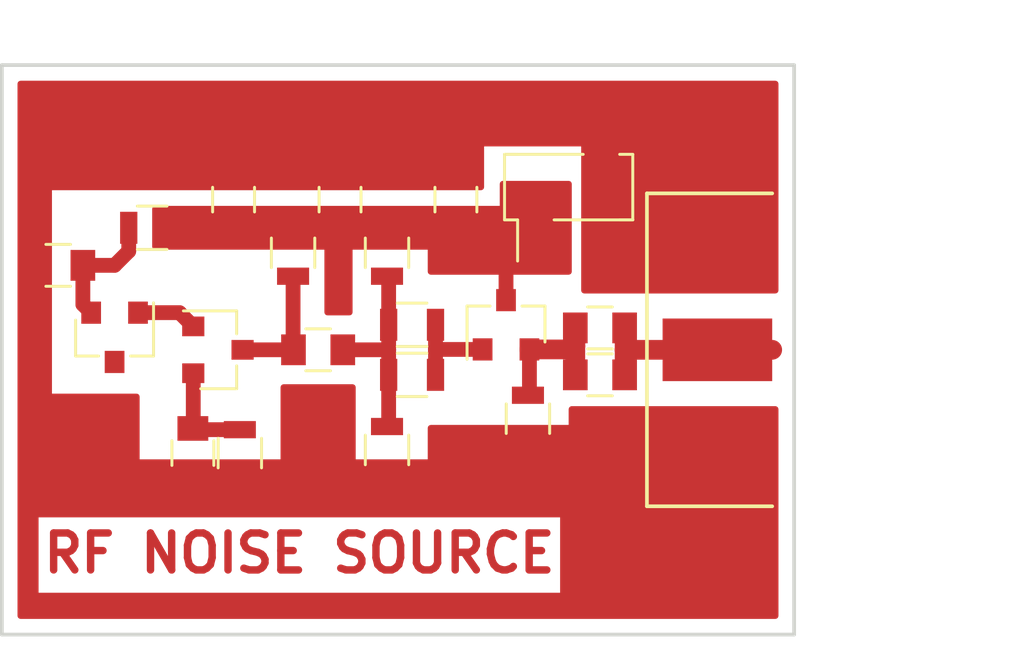
<source format=kicad_pcb>
(kicad_pcb (version 4) (host pcbnew 4.0.6)

  (general
    (links 35)
    (no_connects 0)
    (area 125.781999 85.803047 167.534001 112.570952)
    (thickness 1.6)
    (drawings 5)
    (tracks 47)
    (zones 0)
    (modules 21)
    (nets 11)
  )

  (page A4)
  (title_block
    (title "RF NOISE SOURCE")
    (date 2021-07-14)
    (rev r03)
    (company "NYBB RCC")
  )

  (layers
    (0 F.Cu signal)
    (31 B.Cu signal)
    (32 B.Adhes user)
    (33 F.Adhes user)
    (34 B.Paste user)
    (35 F.Paste user)
    (36 B.SilkS user)
    (37 F.SilkS user)
    (38 B.Mask user)
    (39 F.Mask user)
    (40 Dwgs.User user)
    (41 Cmts.User user)
    (42 Eco1.User user)
    (43 Eco2.User user)
    (44 Edge.Cuts user)
    (45 Margin user)
    (46 B.CrtYd user)
    (47 F.CrtYd user)
    (48 B.Fab user)
    (49 F.Fab user)
  )

  (setup
    (last_trace_width 0.8)
    (user_trace_width 0.4)
    (user_trace_width 0.6)
    (user_trace_width 0.8)
    (user_trace_width 1)
    (user_trace_width 1.2)
    (trace_clearance 0.2)
    (zone_clearance 0.254)
    (zone_45_only yes)
    (trace_min 0.2)
    (segment_width 0.2)
    (edge_width 0.15)
    (via_size 0.6)
    (via_drill 0.4)
    (via_min_size 0.4)
    (via_min_drill 0.3)
    (uvia_size 0.3)
    (uvia_drill 0.1)
    (uvias_allowed no)
    (uvia_min_size 0.2)
    (uvia_min_drill 0.1)
    (pcb_text_width 0.3)
    (pcb_text_size 1.5 1.5)
    (mod_edge_width 0.15)
    (mod_text_size 1 1)
    (mod_text_width 0.15)
    (pad_size 1.524 1.524)
    (pad_drill 0.762)
    (pad_to_mask_clearance 0.2)
    (aux_axis_origin 0 0)
    (visible_elements FFFFFF7F)
    (pcbplotparams
      (layerselection 0x20008_00000001)
      (usegerberextensions false)
      (excludeedgelayer false)
      (linewidth 0.020000)
      (plotframeref false)
      (viasonmask false)
      (mode 1)
      (useauxorigin false)
      (hpglpennumber 1)
      (hpglpenspeed 20)
      (hpglpendiameter 15)
      (hpglpenoverlay 2)
      (psnegative false)
      (psa4output false)
      (plotreference true)
      (plotvalue true)
      (plotinvisibletext false)
      (padsonsilk false)
      (subtractmaskfromsilk false)
      (outputformat 5)
      (mirror false)
      (drillshape 0)
      (scaleselection 1)
      (outputdirectory fab/))
  )

  (net 0 "")
  (net 1 VCC)
  (net 2 "Net-(C2-Pad1)")
  (net 3 "Net-(C2-Pad2)")
  (net 4 "Net-(C3-Pad1)")
  (net 5 "Net-(C3-Pad2)")
  (net 6 "Net-(C4-Pad1)")
  (net 7 GND)
  (net 8 "Net-(Q1-Pad1)")
  (net 9 "Net-(Q2-Pad1)")
  (net 10 "Net-(C1-Pad1)")

  (net_class Default "Toto je výchozí třída sítě."
    (clearance 0.2)
    (trace_width 0.25)
    (via_dia 0.6)
    (via_drill 0.4)
    (uvia_dia 0.3)
    (uvia_drill 0.1)
    (add_net GND)
    (add_net "Net-(C1-Pad1)")
    (add_net "Net-(C2-Pad1)")
    (add_net "Net-(C2-Pad2)")
    (add_net "Net-(C3-Pad1)")
    (add_net "Net-(C3-Pad2)")
    (add_net "Net-(C4-Pad1)")
    (add_net "Net-(Q1-Pad1)")
    (add_net "Net-(Q2-Pad1)")
    (add_net VCC)
  )

  (module Capacitors_SMD:C_0805 (layer F.Cu) (tedit 60EF4924) (tstamp 60EF47F4)
    (at 150.114 99.187)
    (descr "Capacitor SMD 0805, reflow soldering, AVX (see smccp.pdf)")
    (tags "capacitor 0805")
    (path /60EF5DC2)
    (attr smd)
    (fp_text reference C8 (at -0.889 -2.032 90) (layer F.Fab)
      (effects (font (size 1 1) (thickness 0.15)))
    )
    (fp_text value 100n (at 0.635 -2.921 90) (layer F.Fab)
      (effects (font (size 1 1) (thickness 0.15)))
    )
    (fp_text user %R (at 0 -1.5) (layer F.Fab) hide
      (effects (font (size 1 1) (thickness 0.15)))
    )
    (fp_line (start -1 0.62) (end -1 -0.62) (layer F.Fab) (width 0.1))
    (fp_line (start 1 0.62) (end -1 0.62) (layer F.Fab) (width 0.1))
    (fp_line (start 1 -0.62) (end 1 0.62) (layer F.Fab) (width 0.1))
    (fp_line (start -1 -0.62) (end 1 -0.62) (layer F.Fab) (width 0.1))
    (fp_line (start 0.5 -0.85) (end -0.5 -0.85) (layer F.SilkS) (width 0.12))
    (fp_line (start -0.5 0.85) (end 0.5 0.85) (layer F.SilkS) (width 0.12))
    (fp_line (start -1.75 -0.88) (end 1.75 -0.88) (layer F.CrtYd) (width 0.05))
    (fp_line (start -1.75 -0.88) (end -1.75 0.87) (layer F.CrtYd) (width 0.05))
    (fp_line (start 1.75 0.87) (end 1.75 -0.88) (layer F.CrtYd) (width 0.05))
    (fp_line (start 1.75 0.87) (end -1.75 0.87) (layer F.CrtYd) (width 0.05))
    (pad 1 smd rect (at -1 0) (size 1 1.25) (layers F.Cu F.Paste F.Mask)
      (net 4 "Net-(C3-Pad1)"))
    (pad 2 smd rect (at 1 0) (size 1 1.25) (layers F.Cu F.Paste F.Mask)
      (net 5 "Net-(C3-Pad2)"))
    (model Capacitors_SMD.3dshapes/C_0805.wrl
      (at (xyz 0 0 0))
      (scale (xyz 1 1 1))
      (rotate (xyz 0 0 0))
    )
  )

  (module Capacitors_SMD:C_0805 (layer F.Cu) (tedit 60DB8A4B) (tstamp 60B5A029)
    (at 128.143 96.647 180)
    (descr "Capacitor SMD 0805, reflow soldering, AVX (see smccp.pdf)")
    (tags "capacitor 0805")
    (path /60B57AFC)
    (attr smd)
    (fp_text reference C1 (at 0 -1.5 180) (layer F.SilkS) hide
      (effects (font (size 1 1) (thickness 0.15)))
    )
    (fp_text value 100n (at -1.016 4.445 270) (layer F.Fab)
      (effects (font (size 1 1) (thickness 0.15)))
    )
    (fp_text user %R (at 0.508 3.683 270) (layer F.Fab)
      (effects (font (size 1 1) (thickness 0.15)))
    )
    (fp_line (start -1 0.62) (end -1 -0.62) (layer F.Fab) (width 0.1))
    (fp_line (start 1 0.62) (end -1 0.62) (layer F.Fab) (width 0.1))
    (fp_line (start 1 -0.62) (end 1 0.62) (layer F.Fab) (width 0.1))
    (fp_line (start -1 -0.62) (end 1 -0.62) (layer F.Fab) (width 0.1))
    (fp_line (start 0.5 -0.85) (end -0.5 -0.85) (layer F.SilkS) (width 0.12))
    (fp_line (start -0.5 0.85) (end 0.5 0.85) (layer F.SilkS) (width 0.12))
    (fp_line (start -1.75 -0.88) (end 1.75 -0.88) (layer F.CrtYd) (width 0.05))
    (fp_line (start -1.75 -0.88) (end -1.75 0.87) (layer F.CrtYd) (width 0.05))
    (fp_line (start 1.75 0.87) (end 1.75 -0.88) (layer F.CrtYd) (width 0.05))
    (fp_line (start 1.75 0.87) (end -1.75 0.87) (layer F.CrtYd) (width 0.05))
    (pad 1 smd rect (at -1 0 180) (size 1 1.25) (layers F.Cu F.Paste F.Mask)
      (net 10 "Net-(C1-Pad1)"))
    (pad 2 smd rect (at 1 0 180) (size 1 1.25) (layers F.Cu F.Paste F.Mask)
      (net 7 GND))
    (model Capacitors_SMD.3dshapes/C_0805.wrl
      (at (xyz 0 0 0))
      (scale (xyz 1 1 1))
      (rotate (xyz 0 0 0))
    )
  )

  (module Capacitors_SMD:C_0805 (layer F.Cu) (tedit 60B593FA) (tstamp 60B5A03A)
    (at 138.684 100.076)
    (descr "Capacitor SMD 0805, reflow soldering, AVX (see smccp.pdf)")
    (tags "capacitor 0805")
    (path /60B57E41)
    (attr smd)
    (fp_text reference C2 (at 0 -1.5) (layer F.SilkS) hide
      (effects (font (size 1 1) (thickness 0.15)))
    )
    (fp_text value 100n (at 0 4.953 90) (layer F.Fab)
      (effects (font (size 1 1) (thickness 0.15)))
    )
    (fp_text user %R (at 0 2.032 90) (layer F.Fab)
      (effects (font (size 1 1) (thickness 0.15)))
    )
    (fp_line (start -1 0.62) (end -1 -0.62) (layer F.Fab) (width 0.1))
    (fp_line (start 1 0.62) (end -1 0.62) (layer F.Fab) (width 0.1))
    (fp_line (start 1 -0.62) (end 1 0.62) (layer F.Fab) (width 0.1))
    (fp_line (start -1 -0.62) (end 1 -0.62) (layer F.Fab) (width 0.1))
    (fp_line (start 0.5 -0.85) (end -0.5 -0.85) (layer F.SilkS) (width 0.12))
    (fp_line (start -0.5 0.85) (end 0.5 0.85) (layer F.SilkS) (width 0.12))
    (fp_line (start -1.75 -0.88) (end 1.75 -0.88) (layer F.CrtYd) (width 0.05))
    (fp_line (start -1.75 -0.88) (end -1.75 0.87) (layer F.CrtYd) (width 0.05))
    (fp_line (start 1.75 0.87) (end 1.75 -0.88) (layer F.CrtYd) (width 0.05))
    (fp_line (start 1.75 0.87) (end -1.75 0.87) (layer F.CrtYd) (width 0.05))
    (pad 1 smd rect (at -1 0) (size 1 1.25) (layers F.Cu F.Paste F.Mask)
      (net 2 "Net-(C2-Pad1)"))
    (pad 2 smd rect (at 1 0) (size 1 1.25) (layers F.Cu F.Paste F.Mask)
      (net 3 "Net-(C2-Pad2)"))
    (model Capacitors_SMD.3dshapes/C_0805.wrl
      (at (xyz 0 0 0))
      (scale (xyz 1 1 1))
      (rotate (xyz 0 0 0))
    )
  )

  (module Capacitors_SMD:C_0805 (layer F.Cu) (tedit 60B5938D) (tstamp 60B5A04B)
    (at 150.114 101.092)
    (descr "Capacitor SMD 0805, reflow soldering, AVX (see smccp.pdf)")
    (tags "capacitor 0805")
    (path /60B5850E)
    (attr smd)
    (fp_text reference C3 (at 0 -1.5) (layer F.SilkS) hide
      (effects (font (size 1 1) (thickness 0.15)))
    )
    (fp_text value 27p (at 0 5.334 90) (layer F.Fab)
      (effects (font (size 1 1) (thickness 0.15)))
    )
    (fp_text user %R (at 0 1.905 90) (layer F.Fab)
      (effects (font (size 1 1) (thickness 0.15)))
    )
    (fp_line (start -1 0.62) (end -1 -0.62) (layer F.Fab) (width 0.1))
    (fp_line (start 1 0.62) (end -1 0.62) (layer F.Fab) (width 0.1))
    (fp_line (start 1 -0.62) (end 1 0.62) (layer F.Fab) (width 0.1))
    (fp_line (start -1 -0.62) (end 1 -0.62) (layer F.Fab) (width 0.1))
    (fp_line (start 0.5 -0.85) (end -0.5 -0.85) (layer F.SilkS) (width 0.12))
    (fp_line (start -0.5 0.85) (end 0.5 0.85) (layer F.SilkS) (width 0.12))
    (fp_line (start -1.75 -0.88) (end 1.75 -0.88) (layer F.CrtYd) (width 0.05))
    (fp_line (start -1.75 -0.88) (end -1.75 0.87) (layer F.CrtYd) (width 0.05))
    (fp_line (start 1.75 0.87) (end 1.75 -0.88) (layer F.CrtYd) (width 0.05))
    (fp_line (start 1.75 0.87) (end -1.75 0.87) (layer F.CrtYd) (width 0.05))
    (pad 1 smd rect (at -1 0) (size 1 1.25) (layers F.Cu F.Paste F.Mask)
      (net 4 "Net-(C3-Pad1)"))
    (pad 2 smd rect (at 1 0) (size 1 1.25) (layers F.Cu F.Paste F.Mask)
      (net 5 "Net-(C3-Pad2)"))
    (model Capacitors_SMD.3dshapes/C_0805.wrl
      (at (xyz 0 0 0))
      (scale (xyz 1 1 1))
      (rotate (xyz 0 0 0))
    )
  )

  (module Capacitors_SMD:C_0805 (layer F.Cu) (tedit 60B59461) (tstamp 60B5A05C)
    (at 133.604 104.267 270)
    (descr "Capacitor SMD 0805, reflow soldering, AVX (see smccp.pdf)")
    (tags "capacitor 0805")
    (path /60B57CCB)
    (attr smd)
    (fp_text reference C4 (at 0 -1.5 270) (layer F.SilkS) hide
      (effects (font (size 1 1) (thickness 0.15)))
    )
    (fp_text value 100n (at 6.223 0 270) (layer F.Fab)
      (effects (font (size 1 1) (thickness 0.15)))
    )
    (fp_text user %R (at 2.794 0 270) (layer F.Fab)
      (effects (font (size 1 1) (thickness 0.15)))
    )
    (fp_line (start -1 0.62) (end -1 -0.62) (layer F.Fab) (width 0.1))
    (fp_line (start 1 0.62) (end -1 0.62) (layer F.Fab) (width 0.1))
    (fp_line (start 1 -0.62) (end 1 0.62) (layer F.Fab) (width 0.1))
    (fp_line (start -1 -0.62) (end 1 -0.62) (layer F.Fab) (width 0.1))
    (fp_line (start 0.5 -0.85) (end -0.5 -0.85) (layer F.SilkS) (width 0.12))
    (fp_line (start -0.5 0.85) (end 0.5 0.85) (layer F.SilkS) (width 0.12))
    (fp_line (start -1.75 -0.88) (end 1.75 -0.88) (layer F.CrtYd) (width 0.05))
    (fp_line (start -1.75 -0.88) (end -1.75 0.87) (layer F.CrtYd) (width 0.05))
    (fp_line (start 1.75 0.87) (end 1.75 -0.88) (layer F.CrtYd) (width 0.05))
    (fp_line (start 1.75 0.87) (end -1.75 0.87) (layer F.CrtYd) (width 0.05))
    (pad 1 smd rect (at -1 0 270) (size 1 1.25) (layers F.Cu F.Paste F.Mask)
      (net 6 "Net-(C4-Pad1)"))
    (pad 2 smd rect (at 1 0 270) (size 1 1.25) (layers F.Cu F.Paste F.Mask)
      (net 7 GND))
    (model Capacitors_SMD.3dshapes/C_0805.wrl
      (at (xyz 0 0 0))
      (scale (xyz 1 1 1))
      (rotate (xyz 0 0 0))
    )
  )

  (module Capacitors_SMD:C_0805 (layer F.Cu) (tedit 60B59309) (tstamp 60B5A06D)
    (at 144.272 93.98 90)
    (descr "Capacitor SMD 0805, reflow soldering, AVX (see smccp.pdf)")
    (tags "capacitor 0805")
    (path /60B59D77)
    (attr smd)
    (fp_text reference C5 (at 0 -1.5 90) (layer F.SilkS) hide
      (effects (font (size 1 1) (thickness 0.15)))
    )
    (fp_text value 100n (at 6.096 0 90) (layer F.Fab)
      (effects (font (size 1 1) (thickness 0.15)))
    )
    (fp_text user %R (at 2.794 0 90) (layer F.Fab)
      (effects (font (size 1 1) (thickness 0.15)))
    )
    (fp_line (start -1 0.62) (end -1 -0.62) (layer F.Fab) (width 0.1))
    (fp_line (start 1 0.62) (end -1 0.62) (layer F.Fab) (width 0.1))
    (fp_line (start 1 -0.62) (end 1 0.62) (layer F.Fab) (width 0.1))
    (fp_line (start -1 -0.62) (end 1 -0.62) (layer F.Fab) (width 0.1))
    (fp_line (start 0.5 -0.85) (end -0.5 -0.85) (layer F.SilkS) (width 0.12))
    (fp_line (start -0.5 0.85) (end 0.5 0.85) (layer F.SilkS) (width 0.12))
    (fp_line (start -1.75 -0.88) (end 1.75 -0.88) (layer F.CrtYd) (width 0.05))
    (fp_line (start -1.75 -0.88) (end -1.75 0.87) (layer F.CrtYd) (width 0.05))
    (fp_line (start 1.75 0.87) (end 1.75 -0.88) (layer F.CrtYd) (width 0.05))
    (fp_line (start 1.75 0.87) (end -1.75 0.87) (layer F.CrtYd) (width 0.05))
    (pad 1 smd rect (at -1 0 90) (size 1 1.25) (layers F.Cu F.Paste F.Mask)
      (net 1 VCC))
    (pad 2 smd rect (at 1 0 90) (size 1 1.25) (layers F.Cu F.Paste F.Mask)
      (net 7 GND))
    (model Capacitors_SMD.3dshapes/C_0805.wrl
      (at (xyz 0 0 0))
      (scale (xyz 1 1 1))
      (rotate (xyz 0 0 0))
    )
  )

  (module mydev:SMA-BRDEDGE (layer F.Cu) (tedit 60B59331) (tstamp 60B5A074)
    (at 157.099 100.076 180)
    (path /60B58590)
    (fp_text reference J1 (at 0.254 7.366 180) (layer F.Fab)
      (effects (font (size 1 1) (thickness 0.15)))
    )
    (fp_text value RF_OUT (at 2.413 -7.874 180) (layer F.Fab)
      (effects (font (size 1 1) (thickness 0.15)))
    )
    (fp_line (start -3.81 -5.715) (end -3.81 5.715) (layer F.CrtYd) (width 0.15))
    (fp_line (start -4.445 -6.35) (end -3.81 6.35) (layer F.CrtYd) (width 0.15))
    (fp_line (start -5.08 -6.35) (end -4.445 6.35) (layer F.CrtYd) (width 0.15))
    (fp_line (start -5.715 -6.35) (end -5.08 6.35) (layer F.CrtYd) (width 0.15))
    (fp_line (start -6.35 -6.35) (end -5.715 6.35) (layer F.CrtYd) (width 0.15))
    (fp_line (start -6.985 -6.35) (end -6.35 6.35) (layer F.CrtYd) (width 0.15))
    (fp_line (start -7.62 -6.35) (end -6.985 6.35) (layer F.CrtYd) (width 0.15))
    (fp_line (start -8.255 -6.35) (end -7.62 6.35) (layer F.CrtYd) (width 0.15))
    (fp_line (start -8.89 -6.35) (end -8.255 6.35) (layer F.CrtYd) (width 0.15))
    (fp_line (start -9.525 5.715) (end -10.16 5.715) (layer F.CrtYd) (width 0.15))
    (fp_line (start -10.16 5.715) (end -10.16 -5.715) (layer F.CrtYd) (width 0.15))
    (fp_line (start -10.16 -5.715) (end -9.525 -5.715) (layer F.CrtYd) (width 0.15))
    (fp_line (start -1.27 5.715) (end -3.81 5.715) (layer F.CrtYd) (width 0.15))
    (fp_line (start -3.81 5.715) (end -3.81 6.35) (layer F.CrtYd) (width 0.15))
    (fp_line (start -3.81 6.35) (end -9.525 6.35) (layer F.CrtYd) (width 0.15))
    (fp_line (start -1.27 -5.715) (end -3.81 -5.715) (layer F.CrtYd) (width 0.15))
    (fp_line (start -3.81 -5.715) (end -3.81 -6.35) (layer F.CrtYd) (width 0.15))
    (fp_line (start -3.81 -6.35) (end -9.525 -6.35) (layer F.CrtYd) (width 0.15))
    (fp_line (start -9.525 6.35) (end -9.525 -6.35) (layer F.CrtYd) (width 0.15))
    (fp_line (start -1.27 -6.35) (end 0 6.35) (layer F.CrtYd) (width 0.15))
    (fp_line (start 0 -6.35) (end -1.27 6.35) (layer F.CrtYd) (width 0.15))
    (fp_line (start 0 -6.35) (end -1.27 -6.35) (layer F.CrtYd) (width 0.15))
    (fp_line (start -1.27 -6.35) (end -1.27 6.35) (layer F.CrtYd) (width 0.15))
    (fp_line (start -1.27 6.35) (end 0 6.35) (layer F.CrtYd) (width 0.15))
    (fp_line (start 0 6.35) (end 0 -6.35) (layer F.CrtYd) (width 0.15))
    (fp_line (start 0 -6.35) (end 5.08 -6.35) (layer F.CrtYd) (width 0.15))
    (fp_line (start 5.08 -6.35) (end 5.08 6.35) (layer F.CrtYd) (width 0.15))
    (fp_line (start 5.08 6.35) (end 0 6.35) (layer F.CrtYd) (width 0.15))
    (fp_line (start 0 -6.35) (end 5.08 -6.35) (layer F.SilkS) (width 0.15))
    (fp_line (start 5.08 -6.35) (end 5.08 6.35) (layer F.SilkS) (width 0.15))
    (fp_line (start 5.08 6.35) (end 0 6.35) (layer F.SilkS) (width 0.15))
    (pad 2 smd rect (at 0 4.445 180) (size 4.445 2.54) (drill (offset 2.2225 0)) (layers F.Cu F.Paste F.Mask)
      (net 7 GND))
    (pad 2 smd rect (at 0 -4.445 180) (size 4.445 2.54) (drill (offset 2.2225 0)) (layers F.Cu F.Paste F.Mask)
      (net 7 GND))
    (pad 1 smd rect (at 0 0 180) (size 4.445 2.54) (drill (offset 2.2225 0)) (layers F.Cu F.Paste F.Mask)
      (net 5 "Net-(C3-Pad2)"))
  )

  (module Pin_Headers:Pin_Header_Straight_1x02_Pitch2.54mm_SMD_Pin1Left (layer F.Cu) (tedit 60B59326) (tstamp 60B5A07A)
    (at 148.844 93.472 90)
    (descr "surface-mounted straight pin header, 1x02, 2.54mm pitch, single row, style 1 (pin 1 left)")
    (tags "Surface mounted pin header SMD 1x02 2.54mm single row style1 pin1 left")
    (path /60B5A01C)
    (attr smd)
    (fp_text reference J2 (at 3.81 -2.159 90) (layer F.Fab)
      (effects (font (size 1 1) (thickness 0.15)))
    )
    (fp_text value PWR (at 3.302 3.556 90) (layer F.Fab)
      (effects (font (size 1 1) (thickness 0.15)))
    )
    (fp_line (start -1.27 -2.54) (end -1.27 2.54) (layer F.Fab) (width 0.1))
    (fp_line (start -1.27 2.54) (end 1.27 2.54) (layer F.Fab) (width 0.1))
    (fp_line (start 1.27 2.54) (end 1.27 -2.54) (layer F.Fab) (width 0.1))
    (fp_line (start 1.27 -2.54) (end -1.27 -2.54) (layer F.Fab) (width 0.1))
    (fp_line (start -1.27 -1.59) (end -1.27 -0.95) (layer F.Fab) (width 0.1))
    (fp_line (start -1.27 -0.95) (end -2.65 -0.95) (layer F.Fab) (width 0.1))
    (fp_line (start -2.65 -0.95) (end -2.65 -1.59) (layer F.Fab) (width 0.1))
    (fp_line (start -2.65 -1.59) (end -1.27 -1.59) (layer F.Fab) (width 0.1))
    (fp_line (start 1.27 0.95) (end 1.27 1.59) (layer F.Fab) (width 0.1))
    (fp_line (start 1.27 1.59) (end 2.65 1.59) (layer F.Fab) (width 0.1))
    (fp_line (start 2.65 1.59) (end 2.65 0.95) (layer F.Fab) (width 0.1))
    (fp_line (start 2.65 0.95) (end 1.27 0.95) (layer F.Fab) (width 0.1))
    (fp_line (start -1.33 -2.07) (end -1.33 -2.6) (layer F.SilkS) (width 0.12))
    (fp_line (start -1.33 -2.6) (end 1.33 -2.6) (layer F.SilkS) (width 0.12))
    (fp_line (start 1.33 -2.6) (end 1.33 -2.07) (layer F.SilkS) (width 0.12))
    (fp_line (start -1.33 2.07) (end -1.33 2.6) (layer F.SilkS) (width 0.12))
    (fp_line (start -1.33 2.6) (end 1.33 2.6) (layer F.SilkS) (width 0.12))
    (fp_line (start 1.33 2.6) (end 1.33 2.07) (layer F.SilkS) (width 0.12))
    (fp_line (start 1.33 -2.6) (end 1.33 0.59) (layer F.SilkS) (width 0.12))
    (fp_line (start -1.33 -2.07) (end -3 -2.07) (layer F.SilkS) (width 0.12))
    (fp_line (start -1.33 -0.59) (end -1.33 2.6) (layer F.SilkS) (width 0.12))
    (fp_line (start -3.25 -2.8) (end -3.25 2.8) (layer F.CrtYd) (width 0.05))
    (fp_line (start -3.25 2.8) (end 3.25 2.8) (layer F.CrtYd) (width 0.05))
    (fp_line (start 3.25 2.8) (end 3.25 -2.8) (layer F.CrtYd) (width 0.05))
    (fp_line (start 3.25 -2.8) (end -3.25 -2.8) (layer F.CrtYd) (width 0.05))
    (pad 1 smd rect (at -1.5 -1.27 90) (size 3 1) (layers F.Cu F.Mask)
      (net 1 VCC))
    (pad 2 smd rect (at 1.5 1.27 90) (size 3 1) (layers F.Cu F.Mask)
      (net 7 GND))
    (model Pin_Headers.3dshapes/Pin_Header_Straight_1x02_Pitch2.54mm_SMD_Pin1Left.wrl
      (at (xyz 0 0 0))
      (scale (xyz 1 1 1))
      (rotate (xyz 0 0 0))
    )
  )

  (module TO_SOT_Packages_SMD:SOT-23 (layer F.Cu) (tedit 60EF4902) (tstamp 60B5A08E)
    (at 146.304 99.06 90)
    (descr "SOT-23, Standard")
    (tags SOT-23)
    (path /60B582C2)
    (attr smd)
    (fp_text reference Q1 (at 2.54 -2.286 180) (layer F.Fab)
      (effects (font (size 1 1) (thickness 0.15)))
    )
    (fp_text value BFR93A (at 0 2.5 90) (layer F.Fab) hide
      (effects (font (size 1 1) (thickness 0.15)))
    )
    (fp_line (start -0.7 -0.95) (end -0.7 1.5) (layer F.Fab) (width 0.1))
    (fp_line (start -0.15 -1.52) (end 0.7 -1.52) (layer F.Fab) (width 0.1))
    (fp_line (start -0.7 -0.95) (end -0.15 -1.52) (layer F.Fab) (width 0.1))
    (fp_line (start 0.7 -1.52) (end 0.7 1.52) (layer F.Fab) (width 0.1))
    (fp_line (start -0.7 1.52) (end 0.7 1.52) (layer F.Fab) (width 0.1))
    (fp_line (start 0.76 1.58) (end 0.76 0.65) (layer F.SilkS) (width 0.12))
    (fp_line (start 0.76 -1.58) (end 0.76 -0.65) (layer F.SilkS) (width 0.12))
    (fp_line (start -1.7 -1.75) (end 1.7 -1.75) (layer F.CrtYd) (width 0.05))
    (fp_line (start 1.7 -1.75) (end 1.7 1.75) (layer F.CrtYd) (width 0.05))
    (fp_line (start 1.7 1.75) (end -1.7 1.75) (layer F.CrtYd) (width 0.05))
    (fp_line (start -1.7 1.75) (end -1.7 -1.75) (layer F.CrtYd) (width 0.05))
    (fp_line (start 0.76 -1.58) (end -1.4 -1.58) (layer F.SilkS) (width 0.12))
    (fp_line (start 0.76 1.58) (end -0.7 1.58) (layer F.SilkS) (width 0.12))
    (pad 1 smd rect (at -1 -0.95 90) (size 0.9 0.8) (layers F.Cu F.Paste F.Mask)
      (net 8 "Net-(Q1-Pad1)"))
    (pad 2 smd rect (at -1 0.95 90) (size 0.9 0.8) (layers F.Cu F.Paste F.Mask)
      (net 4 "Net-(C3-Pad1)"))
    (pad 3 smd rect (at 1 0 90) (size 0.9 0.8) (layers F.Cu F.Paste F.Mask)
      (net 1 VCC))
    (model TO_SOT_Packages_SMD.3dshapes/SOT-23.wrl
      (at (xyz 0 0 0))
      (scale (xyz 1 1 1))
      (rotate (xyz 0 0 90))
    )
  )

  (module TO_SOT_Packages_SMD:SOT-23 (layer F.Cu) (tedit 60DB8842) (tstamp 60B5A0B6)
    (at 134.62 100.076)
    (descr "SOT-23, Standard")
    (tags SOT-23)
    (path /60B57990)
    (attr smd)
    (fp_text reference Q3 (at 0.635 -2.54) (layer F.Fab)
      (effects (font (size 1 1) (thickness 0.15)))
    )
    (fp_text value BFR93A (at 0 2.5) (layer F.Fab) hide
      (effects (font (size 1 1) (thickness 0.15)))
    )
    (fp_line (start -0.7 -0.95) (end -0.7 1.5) (layer F.Fab) (width 0.1))
    (fp_line (start -0.15 -1.52) (end 0.7 -1.52) (layer F.Fab) (width 0.1))
    (fp_line (start -0.7 -0.95) (end -0.15 -1.52) (layer F.Fab) (width 0.1))
    (fp_line (start 0.7 -1.52) (end 0.7 1.52) (layer F.Fab) (width 0.1))
    (fp_line (start -0.7 1.52) (end 0.7 1.52) (layer F.Fab) (width 0.1))
    (fp_line (start 0.76 1.58) (end 0.76 0.65) (layer F.SilkS) (width 0.12))
    (fp_line (start 0.76 -1.58) (end 0.76 -0.65) (layer F.SilkS) (width 0.12))
    (fp_line (start -1.7 -1.75) (end 1.7 -1.75) (layer F.CrtYd) (width 0.05))
    (fp_line (start 1.7 -1.75) (end 1.7 1.75) (layer F.CrtYd) (width 0.05))
    (fp_line (start 1.7 1.75) (end -1.7 1.75) (layer F.CrtYd) (width 0.05))
    (fp_line (start -1.7 1.75) (end -1.7 -1.75) (layer F.CrtYd) (width 0.05))
    (fp_line (start 0.76 -1.58) (end -1.4 -1.58) (layer F.SilkS) (width 0.12))
    (fp_line (start 0.76 1.58) (end -0.7 1.58) (layer F.SilkS) (width 0.12))
    (pad 1 smd rect (at -1 -0.95) (size 0.9 0.8) (layers F.Cu F.Paste F.Mask)
      (net 9 "Net-(Q2-Pad1)"))
    (pad 2 smd rect (at -1 0.95) (size 0.9 0.8) (layers F.Cu F.Paste F.Mask)
      (net 6 "Net-(C4-Pad1)"))
    (pad 3 smd rect (at 1 0) (size 0.9 0.8) (layers F.Cu F.Paste F.Mask)
      (net 2 "Net-(C2-Pad1)"))
    (model TO_SOT_Packages_SMD.3dshapes/SOT-23.wrl
      (at (xyz 0 0 0))
      (scale (xyz 1 1 1))
      (rotate (xyz 0 0 90))
    )
  )

  (module Resistors_SMD:R_0805 (layer F.Cu) (tedit 60DB89B2) (tstamp 60B5A0BC)
    (at 131.953 95.123 180)
    (descr "Resistor SMD 0805, reflow soldering, Vishay (see dcrcw.pdf)")
    (tags "resistor 0805")
    (path /60B57A7A)
    (attr smd)
    (fp_text reference R1 (at 0 -1.65 180) (layer F.SilkS) hide
      (effects (font (size 1 1) (thickness 0.15)))
    )
    (fp_text value 470k (at -1.397 3.175 270) (layer F.Fab)
      (effects (font (size 1 1) (thickness 0.15)))
    )
    (fp_text user %R (at 0.127 2.159 270) (layer F.Fab)
      (effects (font (size 1 1) (thickness 0.15)))
    )
    (fp_line (start -1 0.62) (end -1 -0.62) (layer F.Fab) (width 0.1))
    (fp_line (start 1 0.62) (end -1 0.62) (layer F.Fab) (width 0.1))
    (fp_line (start 1 -0.62) (end 1 0.62) (layer F.Fab) (width 0.1))
    (fp_line (start -1 -0.62) (end 1 -0.62) (layer F.Fab) (width 0.1))
    (fp_line (start 0.6 0.88) (end -0.6 0.88) (layer F.SilkS) (width 0.12))
    (fp_line (start -0.6 -0.88) (end 0.6 -0.88) (layer F.SilkS) (width 0.12))
    (fp_line (start -1.55 -0.9) (end 1.55 -0.9) (layer F.CrtYd) (width 0.05))
    (fp_line (start -1.55 -0.9) (end -1.55 0.9) (layer F.CrtYd) (width 0.05))
    (fp_line (start 1.55 0.9) (end 1.55 -0.9) (layer F.CrtYd) (width 0.05))
    (fp_line (start 1.55 0.9) (end -1.55 0.9) (layer F.CrtYd) (width 0.05))
    (pad 1 smd rect (at -0.95 0 180) (size 0.7 1.3) (layers F.Cu F.Paste F.Mask)
      (net 1 VCC))
    (pad 2 smd rect (at 0.95 0 180) (size 0.7 1.3) (layers F.Cu F.Paste F.Mask)
      (net 10 "Net-(C1-Pad1)"))
    (model Resistors_SMD.3dshapes/R_0805.wrl
      (at (xyz 0 0 0))
      (scale (xyz 1 1 1))
      (rotate (xyz 0 0 0))
    )
  )

  (module Resistors_SMD:R_0805 (layer F.Cu) (tedit 60B5928A) (tstamp 60B5A0C2)
    (at 137.668 96.139 270)
    (descr "Resistor SMD 0805, reflow soldering, Vishay (see dcrcw.pdf)")
    (tags "resistor 0805")
    (path /60B57B34)
    (attr smd)
    (fp_text reference R2 (at 0 -1.65 270) (layer F.SilkS) hide
      (effects (font (size 1 1) (thickness 0.15)))
    )
    (fp_text value 4k7 (at -6.096 0 270) (layer F.Fab)
      (effects (font (size 1 1) (thickness 0.15)))
    )
    (fp_text user %R (at -3.556 0 270) (layer F.Fab)
      (effects (font (size 1 1) (thickness 0.15)))
    )
    (fp_line (start -1 0.62) (end -1 -0.62) (layer F.Fab) (width 0.1))
    (fp_line (start 1 0.62) (end -1 0.62) (layer F.Fab) (width 0.1))
    (fp_line (start 1 -0.62) (end 1 0.62) (layer F.Fab) (width 0.1))
    (fp_line (start -1 -0.62) (end 1 -0.62) (layer F.Fab) (width 0.1))
    (fp_line (start 0.6 0.88) (end -0.6 0.88) (layer F.SilkS) (width 0.12))
    (fp_line (start -0.6 -0.88) (end 0.6 -0.88) (layer F.SilkS) (width 0.12))
    (fp_line (start -1.55 -0.9) (end 1.55 -0.9) (layer F.CrtYd) (width 0.05))
    (fp_line (start -1.55 -0.9) (end -1.55 0.9) (layer F.CrtYd) (width 0.05))
    (fp_line (start 1.55 0.9) (end 1.55 -0.9) (layer F.CrtYd) (width 0.05))
    (fp_line (start 1.55 0.9) (end -1.55 0.9) (layer F.CrtYd) (width 0.05))
    (pad 1 smd rect (at -0.95 0 270) (size 0.7 1.3) (layers F.Cu F.Paste F.Mask)
      (net 1 VCC))
    (pad 2 smd rect (at 0.95 0 270) (size 0.7 1.3) (layers F.Cu F.Paste F.Mask)
      (net 2 "Net-(C2-Pad1)"))
    (model Resistors_SMD.3dshapes/R_0805.wrl
      (at (xyz 0 0 0))
      (scale (xyz 1 1 1))
      (rotate (xyz 0 0 0))
    )
  )

  (module Resistors_SMD:R_0805 (layer F.Cu) (tedit 60DB8BC9) (tstamp 60B5A0C8)
    (at 141.478 96.139 270)
    (descr "Resistor SMD 0805, reflow soldering, Vishay (see dcrcw.pdf)")
    (tags "resistor 0805")
    (path /60B5811E)
    (attr smd)
    (fp_text reference R3 (at -3.302 0 270) (layer F.SilkS) hide
      (effects (font (size 1 1) (thickness 0.15)))
    )
    (fp_text value 2k2 (at -6.096 -0.254 270) (layer F.Fab)
      (effects (font (size 1 1) (thickness 0.15)))
    )
    (fp_text user %R (at -3.556 -0.254 270) (layer F.Fab)
      (effects (font (size 1 1) (thickness 0.15)))
    )
    (fp_line (start -1 0.62) (end -1 -0.62) (layer F.Fab) (width 0.1))
    (fp_line (start 1 0.62) (end -1 0.62) (layer F.Fab) (width 0.1))
    (fp_line (start 1 -0.62) (end 1 0.62) (layer F.Fab) (width 0.1))
    (fp_line (start -1 -0.62) (end 1 -0.62) (layer F.Fab) (width 0.1))
    (fp_line (start 0.6 0.88) (end -0.6 0.88) (layer F.SilkS) (width 0.12))
    (fp_line (start -0.6 -0.88) (end 0.6 -0.88) (layer F.SilkS) (width 0.12))
    (fp_line (start -1.55 -0.9) (end 1.55 -0.9) (layer F.CrtYd) (width 0.05))
    (fp_line (start -1.55 -0.9) (end -1.55 0.9) (layer F.CrtYd) (width 0.05))
    (fp_line (start 1.55 0.9) (end 1.55 -0.9) (layer F.CrtYd) (width 0.05))
    (fp_line (start 1.55 0.9) (end -1.55 0.9) (layer F.CrtYd) (width 0.05))
    (pad 1 smd rect (at -0.95 0 270) (size 0.7 1.3) (layers F.Cu F.Paste F.Mask)
      (net 1 VCC))
    (pad 2 smd rect (at 0.95 0 270) (size 0.7 1.3) (layers F.Cu F.Paste F.Mask)
      (net 3 "Net-(C2-Pad2)"))
    (model Resistors_SMD.3dshapes/R_0805.wrl
      (at (xyz 0 0 0))
      (scale (xyz 1 1 1))
      (rotate (xyz 0 0 0))
    )
  )

  (module Resistors_SMD:R_0805 (layer F.Cu) (tedit 60B594B5) (tstamp 60B5A0CE)
    (at 142.494 99.06 180)
    (descr "Resistor SMD 0805, reflow soldering, Vishay (see dcrcw.pdf)")
    (tags "resistor 0805")
    (path /60B581C0)
    (attr smd)
    (fp_text reference R4 (at 0 -1.65 180) (layer F.SilkS) hide
      (effects (font (size 1 1) (thickness 0.15)))
    )
    (fp_text value 100 (at -1.651 -6.477 180) (layer F.Fab)
      (effects (font (size 1 1) (thickness 0.15)))
    )
    (fp_text user %R (at -1.27 -3.81 180) (layer F.Fab)
      (effects (font (size 1 1) (thickness 0.15)))
    )
    (fp_line (start -1 0.62) (end -1 -0.62) (layer F.Fab) (width 0.1))
    (fp_line (start 1 0.62) (end -1 0.62) (layer F.Fab) (width 0.1))
    (fp_line (start 1 -0.62) (end 1 0.62) (layer F.Fab) (width 0.1))
    (fp_line (start -1 -0.62) (end 1 -0.62) (layer F.Fab) (width 0.1))
    (fp_line (start 0.6 0.88) (end -0.6 0.88) (layer F.SilkS) (width 0.12))
    (fp_line (start -0.6 -0.88) (end 0.6 -0.88) (layer F.SilkS) (width 0.12))
    (fp_line (start -1.55 -0.9) (end 1.55 -0.9) (layer F.CrtYd) (width 0.05))
    (fp_line (start -1.55 -0.9) (end -1.55 0.9) (layer F.CrtYd) (width 0.05))
    (fp_line (start 1.55 0.9) (end 1.55 -0.9) (layer F.CrtYd) (width 0.05))
    (fp_line (start 1.55 0.9) (end -1.55 0.9) (layer F.CrtYd) (width 0.05))
    (pad 1 smd rect (at -0.95 0 180) (size 0.7 1.3) (layers F.Cu F.Paste F.Mask)
      (net 8 "Net-(Q1-Pad1)"))
    (pad 2 smd rect (at 0.95 0 180) (size 0.7 1.3) (layers F.Cu F.Paste F.Mask)
      (net 3 "Net-(C2-Pad2)"))
    (model Resistors_SMD.3dshapes/R_0805.wrl
      (at (xyz 0 0 0))
      (scale (xyz 1 1 1))
      (rotate (xyz 0 0 0))
    )
  )

  (module Resistors_SMD:R_0805 (layer F.Cu) (tedit 60B594BF) (tstamp 60B5A0D4)
    (at 142.494 101.092 180)
    (descr "Resistor SMD 0805, reflow soldering, Vishay (see dcrcw.pdf)")
    (tags "resistor 0805")
    (path /60B5824D)
    (attr smd)
    (fp_text reference R5 (at 0 -1.65 180) (layer F.SilkS) hide
      (effects (font (size 1 1) (thickness 0.15)))
    )
    (fp_text value 100 (at -1.651 -5.715 180) (layer F.Fab)
      (effects (font (size 1 1) (thickness 0.15)))
    )
    (fp_text user %R (at -1.27 -3.175 180) (layer F.Fab)
      (effects (font (size 1 1) (thickness 0.15)))
    )
    (fp_line (start -1 0.62) (end -1 -0.62) (layer F.Fab) (width 0.1))
    (fp_line (start 1 0.62) (end -1 0.62) (layer F.Fab) (width 0.1))
    (fp_line (start 1 -0.62) (end 1 0.62) (layer F.Fab) (width 0.1))
    (fp_line (start -1 -0.62) (end 1 -0.62) (layer F.Fab) (width 0.1))
    (fp_line (start 0.6 0.88) (end -0.6 0.88) (layer F.SilkS) (width 0.12))
    (fp_line (start -0.6 -0.88) (end 0.6 -0.88) (layer F.SilkS) (width 0.12))
    (fp_line (start -1.55 -0.9) (end 1.55 -0.9) (layer F.CrtYd) (width 0.05))
    (fp_line (start -1.55 -0.9) (end -1.55 0.9) (layer F.CrtYd) (width 0.05))
    (fp_line (start 1.55 0.9) (end 1.55 -0.9) (layer F.CrtYd) (width 0.05))
    (fp_line (start 1.55 0.9) (end -1.55 0.9) (layer F.CrtYd) (width 0.05))
    (pad 1 smd rect (at -0.95 0 180) (size 0.7 1.3) (layers F.Cu F.Paste F.Mask)
      (net 8 "Net-(Q1-Pad1)"))
    (pad 2 smd rect (at 0.95 0 180) (size 0.7 1.3) (layers F.Cu F.Paste F.Mask)
      (net 3 "Net-(C2-Pad2)"))
    (model Resistors_SMD.3dshapes/R_0805.wrl
      (at (xyz 0 0 0))
      (scale (xyz 1 1 1))
      (rotate (xyz 0 0 0))
    )
  )

  (module Resistors_SMD:R_0805 (layer F.Cu) (tedit 60B5943B) (tstamp 60B5A0DA)
    (at 135.509 104.267 270)
    (descr "Resistor SMD 0805, reflow soldering, Vishay (see dcrcw.pdf)")
    (tags "resistor 0805")
    (path /60B57C5B)
    (attr smd)
    (fp_text reference R6 (at 2.921 0.127 270) (layer F.SilkS) hide
      (effects (font (size 1 1) (thickness 0.15)))
    )
    (fp_text value 1k (at 4.826 0.127 270) (layer F.Fab)
      (effects (font (size 1 1) (thickness 0.15)))
    )
    (fp_text user %R (at 2.667 0 270) (layer F.Fab)
      (effects (font (size 1 1) (thickness 0.15)))
    )
    (fp_line (start -1 0.62) (end -1 -0.62) (layer F.Fab) (width 0.1))
    (fp_line (start 1 0.62) (end -1 0.62) (layer F.Fab) (width 0.1))
    (fp_line (start 1 -0.62) (end 1 0.62) (layer F.Fab) (width 0.1))
    (fp_line (start -1 -0.62) (end 1 -0.62) (layer F.Fab) (width 0.1))
    (fp_line (start 0.6 0.88) (end -0.6 0.88) (layer F.SilkS) (width 0.12))
    (fp_line (start -0.6 -0.88) (end 0.6 -0.88) (layer F.SilkS) (width 0.12))
    (fp_line (start -1.55 -0.9) (end 1.55 -0.9) (layer F.CrtYd) (width 0.05))
    (fp_line (start -1.55 -0.9) (end -1.55 0.9) (layer F.CrtYd) (width 0.05))
    (fp_line (start 1.55 0.9) (end 1.55 -0.9) (layer F.CrtYd) (width 0.05))
    (fp_line (start 1.55 0.9) (end -1.55 0.9) (layer F.CrtYd) (width 0.05))
    (pad 1 smd rect (at -0.95 0 270) (size 0.7 1.3) (layers F.Cu F.Paste F.Mask)
      (net 6 "Net-(C4-Pad1)"))
    (pad 2 smd rect (at 0.95 0 270) (size 0.7 1.3) (layers F.Cu F.Paste F.Mask)
      (net 7 GND))
    (model Resistors_SMD.3dshapes/R_0805.wrl
      (at (xyz 0 0 0))
      (scale (xyz 1 1 1))
      (rotate (xyz 0 0 0))
    )
  )

  (module Resistors_SMD:R_0805 (layer F.Cu) (tedit 60B593DF) (tstamp 60B5A0E0)
    (at 141.478 104.14 270)
    (descr "Resistor SMD 0805, reflow soldering, Vishay (see dcrcw.pdf)")
    (tags "resistor 0805")
    (path /60B5817E)
    (attr smd)
    (fp_text reference R7 (at 0 -1.65 270) (layer F.SilkS) hide
      (effects (font (size 1 1) (thickness 0.15)))
    )
    (fp_text value 10k (at 5.334 0 270) (layer F.Fab)
      (effects (font (size 1 1) (thickness 0.15)))
    )
    (fp_text user %R (at 2.667 0 270) (layer F.Fab)
      (effects (font (size 1 1) (thickness 0.15)))
    )
    (fp_line (start -1 0.62) (end -1 -0.62) (layer F.Fab) (width 0.1))
    (fp_line (start 1 0.62) (end -1 0.62) (layer F.Fab) (width 0.1))
    (fp_line (start 1 -0.62) (end 1 0.62) (layer F.Fab) (width 0.1))
    (fp_line (start -1 -0.62) (end 1 -0.62) (layer F.Fab) (width 0.1))
    (fp_line (start 0.6 0.88) (end -0.6 0.88) (layer F.SilkS) (width 0.12))
    (fp_line (start -0.6 -0.88) (end 0.6 -0.88) (layer F.SilkS) (width 0.12))
    (fp_line (start -1.55 -0.9) (end 1.55 -0.9) (layer F.CrtYd) (width 0.05))
    (fp_line (start -1.55 -0.9) (end -1.55 0.9) (layer F.CrtYd) (width 0.05))
    (fp_line (start 1.55 0.9) (end 1.55 -0.9) (layer F.CrtYd) (width 0.05))
    (fp_line (start 1.55 0.9) (end -1.55 0.9) (layer F.CrtYd) (width 0.05))
    (pad 1 smd rect (at -0.95 0 270) (size 0.7 1.3) (layers F.Cu F.Paste F.Mask)
      (net 3 "Net-(C2-Pad2)"))
    (pad 2 smd rect (at 0.95 0 270) (size 0.7 1.3) (layers F.Cu F.Paste F.Mask)
      (net 7 GND))
    (model Resistors_SMD.3dshapes/R_0805.wrl
      (at (xyz 0 0 0))
      (scale (xyz 1 1 1))
      (rotate (xyz 0 0 0))
    )
  )

  (module Resistors_SMD:R_0805 (layer F.Cu) (tedit 60B593A5) (tstamp 60B5A0E6)
    (at 147.193 102.87 270)
    (descr "Resistor SMD 0805, reflow soldering, Vishay (see dcrcw.pdf)")
    (tags "resistor 0805")
    (path /60B584AA)
    (attr smd)
    (fp_text reference R8 (at 0 -1.65 270) (layer F.SilkS) hide
      (effects (font (size 1 1) (thickness 0.15)))
    )
    (fp_text value 220 (at 5.588 0 270) (layer F.Fab)
      (effects (font (size 1 1) (thickness 0.15)))
    )
    (fp_text user %R (at 2.667 0 270) (layer F.Fab)
      (effects (font (size 1 1) (thickness 0.15)))
    )
    (fp_line (start -1 0.62) (end -1 -0.62) (layer F.Fab) (width 0.1))
    (fp_line (start 1 0.62) (end -1 0.62) (layer F.Fab) (width 0.1))
    (fp_line (start 1 -0.62) (end 1 0.62) (layer F.Fab) (width 0.1))
    (fp_line (start -1 -0.62) (end 1 -0.62) (layer F.Fab) (width 0.1))
    (fp_line (start 0.6 0.88) (end -0.6 0.88) (layer F.SilkS) (width 0.12))
    (fp_line (start -0.6 -0.88) (end 0.6 -0.88) (layer F.SilkS) (width 0.12))
    (fp_line (start -1.55 -0.9) (end 1.55 -0.9) (layer F.CrtYd) (width 0.05))
    (fp_line (start -1.55 -0.9) (end -1.55 0.9) (layer F.CrtYd) (width 0.05))
    (fp_line (start 1.55 0.9) (end 1.55 -0.9) (layer F.CrtYd) (width 0.05))
    (fp_line (start 1.55 0.9) (end -1.55 0.9) (layer F.CrtYd) (width 0.05))
    (pad 1 smd rect (at -0.95 0 270) (size 0.7 1.3) (layers F.Cu F.Paste F.Mask)
      (net 4 "Net-(C3-Pad1)"))
    (pad 2 smd rect (at 0.95 0 270) (size 0.7 1.3) (layers F.Cu F.Paste F.Mask)
      (net 7 GND))
    (model Resistors_SMD.3dshapes/R_0805.wrl
      (at (xyz 0 0 0))
      (scale (xyz 1 1 1))
      (rotate (xyz 0 0 0))
    )
  )

  (module TO_SOT_Packages_SMD:SOT-23 (layer F.Cu) (tedit 60DB8974) (tstamp 60DB9671)
    (at 130.429 99.568 270)
    (descr "SOT-23, Standard")
    (tags SOT-23)
    (path /60DB8FC9)
    (attr smd)
    (fp_text reference Q2 (at -2.54 -1.016 360) (layer F.Fab)
      (effects (font (size 1 1) (thickness 0.15)))
    )
    (fp_text value MMBT3904 (at 6.477 0.381 270) (layer F.Fab)
      (effects (font (size 1 1) (thickness 0.15)))
    )
    (fp_line (start -0.7 -0.95) (end -0.7 1.5) (layer F.Fab) (width 0.1))
    (fp_line (start -0.15 -1.52) (end 0.7 -1.52) (layer F.Fab) (width 0.1))
    (fp_line (start -0.7 -0.95) (end -0.15 -1.52) (layer F.Fab) (width 0.1))
    (fp_line (start 0.7 -1.52) (end 0.7 1.52) (layer F.Fab) (width 0.1))
    (fp_line (start -0.7 1.52) (end 0.7 1.52) (layer F.Fab) (width 0.1))
    (fp_line (start 0.76 1.58) (end 0.76 0.65) (layer F.SilkS) (width 0.12))
    (fp_line (start 0.76 -1.58) (end 0.76 -0.65) (layer F.SilkS) (width 0.12))
    (fp_line (start -1.7 -1.75) (end 1.7 -1.75) (layer F.CrtYd) (width 0.05))
    (fp_line (start 1.7 -1.75) (end 1.7 1.75) (layer F.CrtYd) (width 0.05))
    (fp_line (start 1.7 1.75) (end -1.7 1.75) (layer F.CrtYd) (width 0.05))
    (fp_line (start -1.7 1.75) (end -1.7 -1.75) (layer F.CrtYd) (width 0.05))
    (fp_line (start 0.76 -1.58) (end -1.4 -1.58) (layer F.SilkS) (width 0.12))
    (fp_line (start 0.76 1.58) (end -0.7 1.58) (layer F.SilkS) (width 0.12))
    (pad 1 smd rect (at -1 -0.95 270) (size 0.9 0.8) (layers F.Cu F.Paste F.Mask)
      (net 9 "Net-(Q2-Pad1)"))
    (pad 2 smd rect (at -1 0.95 270) (size 0.9 0.8) (layers F.Cu F.Paste F.Mask)
      (net 10 "Net-(C1-Pad1)"))
    (pad 3 smd rect (at 1 0 270) (size 0.9 0.8) (layers F.Cu F.Paste F.Mask))
    (model TO_SOT_Packages_SMD.3dshapes/SOT-23.wrl
      (at (xyz 0 0 0))
      (scale (xyz 1 1 1))
      (rotate (xyz 0 0 90))
    )
  )

  (module Capacitors_SMD:C_0805 (layer F.Cu) (tedit 60DB8B16) (tstamp 60DB9858)
    (at 135.255 93.98 90)
    (descr "Capacitor SMD 0805, reflow soldering, AVX (see smccp.pdf)")
    (tags "capacitor 0805")
    (path /60DB9956)
    (attr smd)
    (fp_text reference C6 (at 3.175 -0.635 90) (layer F.Fab)
      (effects (font (size 1 1) (thickness 0.15)))
    )
    (fp_text value 100n (at 3.81 0.635 90) (layer F.Fab)
      (effects (font (size 1 1) (thickness 0.15)))
    )
    (fp_text user %R (at 0 -1.5 90) (layer F.Fab) hide
      (effects (font (size 1 1) (thickness 0.15)))
    )
    (fp_line (start -1 0.62) (end -1 -0.62) (layer F.Fab) (width 0.1))
    (fp_line (start 1 0.62) (end -1 0.62) (layer F.Fab) (width 0.1))
    (fp_line (start 1 -0.62) (end 1 0.62) (layer F.Fab) (width 0.1))
    (fp_line (start -1 -0.62) (end 1 -0.62) (layer F.Fab) (width 0.1))
    (fp_line (start 0.5 -0.85) (end -0.5 -0.85) (layer F.SilkS) (width 0.12))
    (fp_line (start -0.5 0.85) (end 0.5 0.85) (layer F.SilkS) (width 0.12))
    (fp_line (start -1.75 -0.88) (end 1.75 -0.88) (layer F.CrtYd) (width 0.05))
    (fp_line (start -1.75 -0.88) (end -1.75 0.87) (layer F.CrtYd) (width 0.05))
    (fp_line (start 1.75 0.87) (end 1.75 -0.88) (layer F.CrtYd) (width 0.05))
    (fp_line (start 1.75 0.87) (end -1.75 0.87) (layer F.CrtYd) (width 0.05))
    (pad 1 smd rect (at -1 0 90) (size 1 1.25) (layers F.Cu F.Paste F.Mask)
      (net 1 VCC))
    (pad 2 smd rect (at 1 0 90) (size 1 1.25) (layers F.Cu F.Paste F.Mask)
      (net 7 GND))
    (model Capacitors_SMD.3dshapes/C_0805.wrl
      (at (xyz 0 0 0))
      (scale (xyz 1 1 1))
      (rotate (xyz 0 0 0))
    )
  )

  (module Capacitors_SMD:C_0805 (layer F.Cu) (tedit 60DB8BC1) (tstamp 60DBA320)
    (at 139.573 93.98 90)
    (descr "Capacitor SMD 0805, reflow soldering, AVX (see smccp.pdf)")
    (tags "capacitor 0805")
    (path /60DB9BE8)
    (attr smd)
    (fp_text reference C7 (at 2.921 -0.381 90) (layer F.Fab)
      (effects (font (size 1 1) (thickness 0.15)))
    )
    (fp_text value 100n (at 3.556 0.762 90) (layer F.Fab)
      (effects (font (size 1 1) (thickness 0.15)))
    )
    (fp_text user %R (at 0 -1.5 90) (layer F.Fab) hide
      (effects (font (size 1 1) (thickness 0.15)))
    )
    (fp_line (start -1 0.62) (end -1 -0.62) (layer F.Fab) (width 0.1))
    (fp_line (start 1 0.62) (end -1 0.62) (layer F.Fab) (width 0.1))
    (fp_line (start 1 -0.62) (end 1 0.62) (layer F.Fab) (width 0.1))
    (fp_line (start -1 -0.62) (end 1 -0.62) (layer F.Fab) (width 0.1))
    (fp_line (start 0.5 -0.85) (end -0.5 -0.85) (layer F.SilkS) (width 0.12))
    (fp_line (start -0.5 0.85) (end 0.5 0.85) (layer F.SilkS) (width 0.12))
    (fp_line (start -1.75 -0.88) (end 1.75 -0.88) (layer F.CrtYd) (width 0.05))
    (fp_line (start -1.75 -0.88) (end -1.75 0.87) (layer F.CrtYd) (width 0.05))
    (fp_line (start 1.75 0.87) (end 1.75 -0.88) (layer F.CrtYd) (width 0.05))
    (fp_line (start 1.75 0.87) (end -1.75 0.87) (layer F.CrtYd) (width 0.05))
    (pad 1 smd rect (at -1 0 90) (size 1 1.25) (layers F.Cu F.Paste F.Mask)
      (net 1 VCC))
    (pad 2 smd rect (at 1 0 90) (size 1 1.25) (layers F.Cu F.Paste F.Mask)
      (net 7 GND))
    (model Capacitors_SMD.3dshapes/C_0805.wrl
      (at (xyz 0 0 0))
      (scale (xyz 1 1 1))
      (rotate (xyz 0 0 0))
    )
  )

  (gr_line (start 157.988 111.633) (end 157.988 88.519) (angle 90) (layer Edge.Cuts) (width 0.15))
  (gr_line (start 125.857 111.633) (end 157.988 111.633) (angle 90) (layer Edge.Cuts) (width 0.15))
  (gr_line (start 125.857 88.519) (end 125.857 111.633) (angle 90) (layer Edge.Cuts) (width 0.15))
  (gr_line (start 157.988 88.519) (end 125.857 88.519) (angle 90) (layer Edge.Cuts) (width 0.15))
  (gr_text "RF NOISE SOURCE" (at 137.922 108.331) (layer F.Cu)
    (effects (font (size 1.5 1.5) (thickness 0.3)))
  )

  (segment (start 146.304 98.06) (end 146.304 94.98) (width 0.6) (layer F.Cu) (net 1))
  (segment (start 146.304 94.98) (end 146.304 95.123) (width 0.6) (layer F.Cu) (net 1) (tstamp 60B5A333))
  (segment (start 146.304 95.123) (end 146.304 94.98) (width 0.6) (layer F.Cu) (net 1) (tstamp 60B5A335))
  (segment (start 146.304 94.98) (end 147.566 94.98) (width 0.6) (layer F.Cu) (net 1) (tstamp 60B5A336))
  (segment (start 147.566 94.98) (end 147.574 94.972) (width 0.6) (layer F.Cu) (net 1) (tstamp 60B5A330))
  (segment (start 144.063 95.189) (end 144.272 94.98) (width 0.6) (layer F.Cu) (net 1) (tstamp 60B5A32B))
  (segment (start 137.668 97.089) (end 137.668 100.06) (width 0.6) (layer F.Cu) (net 2))
  (segment (start 137.668 100.06) (end 137.684 100.076) (width 0.6) (layer F.Cu) (net 2) (tstamp 60B5A30E))
  (segment (start 137.684 100.076) (end 135.62 100.076) (width 0.6) (layer F.Cu) (net 2))
  (segment (start 141.544 101.092) (end 141.544 103.124) (width 0.6) (layer F.Cu) (net 3))
  (segment (start 141.544 103.124) (end 141.478 103.19) (width 0.6) (layer F.Cu) (net 3) (tstamp 60B5A306))
  (segment (start 141.544 99.06) (end 141.544 97.155) (width 0.6) (layer F.Cu) (net 3))
  (segment (start 141.544 97.155) (end 141.478 97.089) (width 0.6) (layer F.Cu) (net 3) (tstamp 60B5A303))
  (segment (start 139.684 100.076) (end 141.544 100.076) (width 0.6) (layer F.Cu) (net 3))
  (segment (start 141.544 100.076) (end 141.351 100.076) (width 0.6) (layer F.Cu) (net 3) (tstamp 60B5A2F8))
  (segment (start 141.351 100.076) (end 141.544 100.076) (width 0.6) (layer F.Cu) (net 3) (tstamp 60B5A2FA))
  (segment (start 141.544 99.187) (end 141.544 100.076) (width 0.6) (layer F.Cu) (net 3))
  (segment (start 141.544 100.076) (end 141.544 101.092) (width 0.6) (layer F.Cu) (net 3) (tstamp 60B5A2FB))
  (segment (start 149.114 101.092) (end 149.114 100.568) (width 0.8) (layer F.Cu) (net 4))
  (segment (start 149.114 100.568) (end 149.114 99.187) (width 0.8) (layer F.Cu) (net 4) (tstamp 60EF49FD))
  (segment (start 147.254 100.06) (end 148.987 100.06) (width 0.8) (layer F.Cu) (net 4))
  (segment (start 149.114 99.933) (end 149.114 99.187) (width 0.8) (layer F.Cu) (net 4) (tstamp 60EF49FA))
  (segment (start 148.987 100.06) (end 149.114 99.933) (width 0.8) (layer F.Cu) (net 4) (tstamp 60EF49F5))
  (segment (start 147.254 100.06) (end 147.254 101.859) (width 0.6) (layer F.Cu) (net 4))
  (segment (start 147.254 101.859) (end 147.193 101.92) (width 0.6) (layer F.Cu) (net 4) (tstamp 60B5A309))
  (segment (start 147.27 100.076) (end 147.254 100.06) (width 0.8) (layer F.Cu) (net 4) (tstamp 60B5A2E7))
  (segment (start 151.114 100.076) (end 157.099 100.076) (width 0.8) (layer F.Cu) (net 5))
  (segment (start 151.114 99.187) (end 151.114 100.076) (width 0.8) (layer F.Cu) (net 5))
  (segment (start 151.114 100.076) (end 151.114 101.092) (width 0.8) (layer F.Cu) (net 5) (tstamp 60EF49CB))
  (segment (start 135.509 103.317) (end 133.654 103.317) (width 0.6) (layer F.Cu) (net 6))
  (segment (start 133.654 103.317) (end 133.604 103.267) (width 0.6) (layer F.Cu) (net 6) (tstamp 60B5A320))
  (segment (start 133.62 101.026) (end 133.62 103.251) (width 0.6) (layer F.Cu) (net 6))
  (segment (start 133.62 103.251) (end 133.604 103.267) (width 0.6) (layer F.Cu) (net 6) (tstamp 60B5A31D))
  (segment (start 145.354 100.06) (end 143.444 100.06) (width 0.6) (layer F.Cu) (net 8))
  (segment (start 143.637 100.076) (end 143.444 100.076) (width 0.6) (layer F.Cu) (net 8) (tstamp 60B5A2EE))
  (segment (start 143.46 100.076) (end 143.637 100.076) (width 0.6) (layer F.Cu) (net 8) (tstamp 60B5A2ED))
  (segment (start 143.444 100.06) (end 143.46 100.076) (width 0.6) (layer F.Cu) (net 8) (tstamp 60B5A2EC))
  (segment (start 143.444 99.187) (end 143.444 100.076) (width 0.6) (layer F.Cu) (net 8))
  (segment (start 143.444 100.076) (end 143.444 101.092) (width 0.6) (layer F.Cu) (net 8) (tstamp 60B5A2EF))
  (segment (start 131.379 98.568) (end 133.062 98.568) (width 0.6) (layer F.Cu) (net 9))
  (segment (start 133.062 98.568) (end 133.62 99.126) (width 0.6) (layer F.Cu) (net 9) (tstamp 60DB96BF))
  (segment (start 133.615 99.121) (end 133.62 99.126) (width 0.6) (layer F.Cu) (net 9) (tstamp 60B5A31A))
  (segment (start 129.143 96.647) (end 130.429 96.647) (width 0.6) (layer F.Cu) (net 10))
  (segment (start 131.003 96.073) (end 131.003 95.123) (width 0.6) (layer F.Cu) (net 10) (tstamp 60DBA3AB))
  (segment (start 130.429 96.647) (end 131.003 96.073) (width 0.6) (layer F.Cu) (net 10) (tstamp 60DBA3AA))
  (segment (start 129.143 96.647) (end 129.143 98.232) (width 0.6) (layer F.Cu) (net 10))
  (segment (start 129.143 98.232) (end 129.479 98.568) (width 0.6) (layer F.Cu) (net 10) (tstamp 60DB980D))

  (zone (net 1) (net_name VCC) (layer F.Cu) (tstamp 60B5A33D) (hatch edge 0.508)
    (connect_pads yes (clearance 0.381))
    (min_thickness 0.254)
    (fill yes (arc_segments 16) (thermal_gap 0.508) (thermal_bridge_width 0.508))
    (polygon
      (pts
        (xy 148.971 97.028) (xy 143.129 97.028) (xy 143.129 96.012) (xy 140.081 96.012) (xy 140.081 98.679)
        (xy 138.938 98.679) (xy 138.938 96.012) (xy 131.953 96.012) (xy 131.953 94.234) (xy 146.05 94.234)
        (xy 146.05 93.218) (xy 148.971 93.218)
      )
    )
    (filled_polygon
      (pts
        (xy 148.844 96.901) (xy 143.256 96.901) (xy 143.256 96.012) (xy 143.245994 95.96259) (xy 143.217553 95.920965)
        (xy 143.175159 95.893685) (xy 143.129 95.885) (xy 140.081 95.885) (xy 140.03159 95.895006) (xy 139.989965 95.923447)
        (xy 139.962685 95.965841) (xy 139.954 96.012) (xy 139.954 98.552) (xy 139.065 98.552) (xy 139.065 96.012)
        (xy 139.054994 95.96259) (xy 139.026553 95.920965) (xy 138.984159 95.893685) (xy 138.938 95.885) (xy 132.08 95.885)
        (xy 132.08 94.361) (xy 146.05 94.361) (xy 146.09941 94.350994) (xy 146.141035 94.322553) (xy 146.168315 94.280159)
        (xy 146.177 94.234) (xy 146.177 93.345) (xy 148.844 93.345)
      )
    )
  )
  (zone (net 7) (net_name GND) (layer F.Cu) (tstamp 60B5A346) (hatch edge 0.508)
    (connect_pads yes (clearance 0.254))
    (min_thickness 0.254)
    (fill yes (arc_segments 16) (thermal_gap 0.508) (thermal_bridge_width 0.508))
    (polygon
      (pts
        (xy 157.353 97.79) (xy 149.352 97.79) (xy 149.352 91.821) (xy 145.415 91.821) (xy 145.415 93.599)
        (xy 127.889 93.599) (xy 127.889 101.854) (xy 131.445 101.854) (xy 131.445 104.521) (xy 137.16 104.521)
        (xy 137.16 101.473) (xy 140.208 101.473) (xy 140.208 104.521) (xy 143.129 104.521) (xy 143.129 103.124)
        (xy 148.844 103.124) (xy 148.844 102.362) (xy 157.353 102.362) (xy 157.353 110.998) (xy 126.492 110.998)
        (xy 126.492 89.154) (xy 157.353 89.154)
      )
    )
    (filled_polygon
      (pts
        (xy 157.226 97.663) (xy 149.479 97.663) (xy 149.479 91.821) (xy 149.468994 91.77159) (xy 149.440553 91.729965)
        (xy 149.398159 91.702685) (xy 149.352 91.694) (xy 145.415 91.694) (xy 145.36559 91.704006) (xy 145.323965 91.732447)
        (xy 145.296685 91.774841) (xy 145.288 91.821) (xy 145.288 93.472) (xy 127.889 93.472) (xy 127.83959 93.482006)
        (xy 127.797965 93.510447) (xy 127.770685 93.552841) (xy 127.762 93.599) (xy 127.762 101.854) (xy 127.772006 101.90341)
        (xy 127.800447 101.945035) (xy 127.842841 101.972315) (xy 127.889 101.981) (xy 131.318 101.981) (xy 131.318 104.521)
        (xy 131.328006 104.57041) (xy 131.356447 104.612035) (xy 131.398841 104.639315) (xy 131.445 104.648) (xy 137.16 104.648)
        (xy 137.20941 104.637994) (xy 137.251035 104.609553) (xy 137.278315 104.567159) (xy 137.287 104.521) (xy 137.287 101.6)
        (xy 140.081 101.6) (xy 140.081 104.521) (xy 140.091006 104.57041) (xy 140.119447 104.612035) (xy 140.161841 104.639315)
        (xy 140.208 104.648) (xy 143.129 104.648) (xy 143.17841 104.637994) (xy 143.220035 104.609553) (xy 143.247315 104.567159)
        (xy 143.256 104.521) (xy 143.256 103.251) (xy 148.844 103.251) (xy 148.89341 103.240994) (xy 148.935035 103.212553)
        (xy 148.962315 103.170159) (xy 148.971 103.124) (xy 148.971 102.489) (xy 157.226 102.489) (xy 157.226 110.871)
        (xy 126.619 110.871) (xy 126.619 106.75) (xy 127.219571 106.75) (xy 127.219571 110.062) (xy 148.624429 110.062)
        (xy 148.624429 106.75) (xy 127.219571 106.75) (xy 126.619 106.75) (xy 126.619 89.281) (xy 157.226 89.281)
      )
    )
  )
)

</source>
